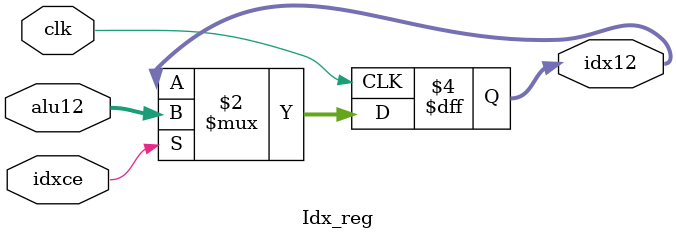
<source format=v>
`timescale 1ns / 1ps


module Idx_reg(clk, idxce, alu12, idx12);
    input clk, idxce;
    input [11:0] alu12;
    output [11:0] idx12;
    reg [11:0] idx12;
    always @(negedge clk) 
        if (idxce) idx12 <= alu12[11:0];
endmodule

</source>
